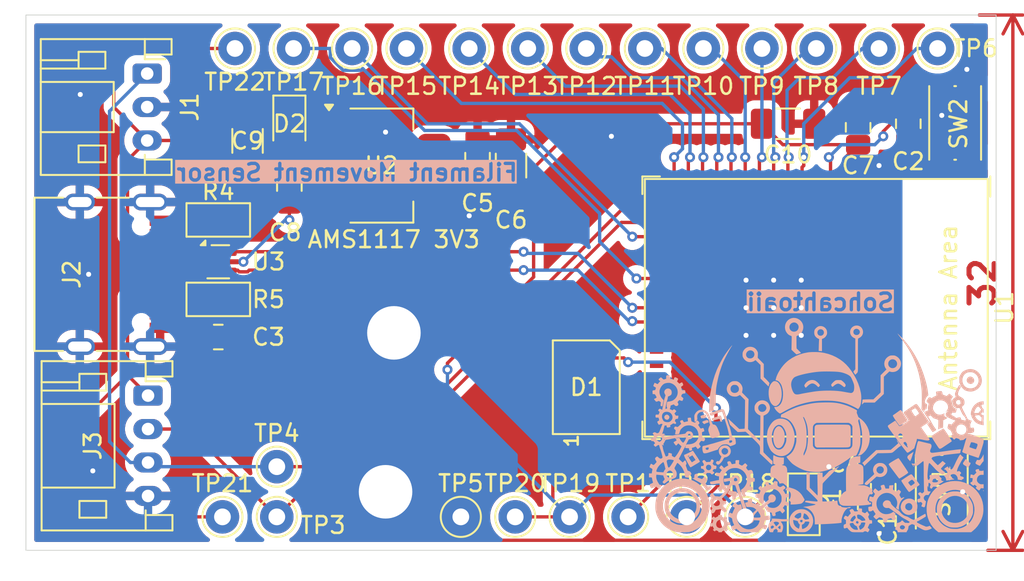
<source format=kicad_pcb>
(kicad_pcb (version 20241229) (generator "pcbnew") (generator_version "9.0")
  (layers (0 "F.Cu" signal) (2 "B.Cu" signal) (13 "F.Paste" user) (15 "B.Paste" user) (5 "F.SilkS" user "F.Silkscreen") (7 "B.SilkS" user "B.Silkscreen") (1 "F.Mask" user) (3 "B.Mask" user) (25 "Edge.Cuts" user))
  (net 0 "")
  (net 1 "GND")
  (net 2 "EN")
  (net 3 "GPIO0")
  (net 4 "+5V")
  (net 5 "+3V3")
  (net 7 "Runout")
  (net 8 "Net-(J2-D--PadA7)")
  (net 9 "Net-(J2-D+-PadA6)")
  (net 11 "Net-(J2-CC1)")
  (net 12 "Net-(J2-CC2)")
  (net 14 "Movement")
  (net 15 "Net-(U1-U0TXD{slash}GPIO43{slash}CLK_OUT1)")
  (net 16 "Net-(U1-U0RXD{slash}GPIO44{slash}CLK_OUT2)")
  (net 17 "Net-(U1-GPIO2{slash}TOUCH2{slash}ADC1_CH1)")
  (net 18 "Net-(U1-GPIO3{slash}TOUCH3{slash}ADC1_CH2)")
  (net 19 "Net-(U1-GPIO4{slash}TOUCH4{slash}ADC1_CH3)")
  (net 20 "Net-(U1-GPIO5{slash}TOUCH5{slash}ADC1_CH4)")
  (net 21 "Net-(U1-GPIO6{slash}TOUCH6{slash}ADC1_CH5)")
  (net 22 "Net-(U1-GPIO7{slash}TOUCH7{slash}ADC1_CH6)")
  (net 23 "Net-(U1-GPIO8{slash}TOUCH8{slash}ADC1_CH7{slash}SUBSPICS1)")
  (net 24 "Net-(U1-GPIO9{slash}TOUCH9{slash}ADC1_CH8{slash}FSPIHD{slash}SUBSPIHD)")
  (net 25 "Net-(U1-GPIO10{slash}TOUCH10{slash}ADC1_CH9{slash}FSPICS0{slash}FSPIIO4{slash}SUBSPICS0)")
  (net 26 "Net-(U1-GPIO11{slash}TOUCH11{slash}ADC2_CH0{slash}FSPID{slash}FSPIIO5{slash}SUBSPID)")
  (net 27 "Net-(U1-GPIO14{slash}TOUCH14{slash}ADC2_CH3{slash}FSPIWP{slash}FSPIDQS{slash}SUBSPIWP)")
  (net 28 "Net-(U1-GPIO17{slash}U1TXD{slash}ADC2_CH6)")
  (net 29 "D-")
  (net 31 "D+")
  (net 34 "GPIO38")
  (footprint "TestPoint:TestPoint_THTPad_D2.0mm_Drill1.0mm" (layer "F.Cu") (at 104.5 64.75)
    (property "Reference" "TP9")
    (property "Value" "GPIO5")
  )
  (footprint "Package_TO_SOT_SMD:SOT-666" (layer "F.Cu") (at 72 77.5)
    (property "Reference" "U3")
    (property "Value" "USBLC6-2P6")
  )
  (footprint "Connector_USB:USB_C_Receptacle_G-Switch_GT-USB-7010ASV" (layer "F.Cu") (at 64.8 78.25 -90)
    (property "Reference" "J2")
    (property "Value" "USB_C_Receptacle_USB2.0_16P")
  )
  (footprint "Connector_JST:JST_PH_S3B-PH-K_1x03_P2.00mm_Horizontal" (layer "F.Cu") (at 67.75 66.25 -90)
    (property "Reference" "J1")
    (property "Value" "Conn_01x03")
  )
  (footprint "TestPoint:TestPoint_THTPad_D2.0mm_Drill1.0mm" (layer "F.Cu") (at 111.5 64.75)
    (property "Reference" "TP7")
    (property "Value" "GPIO3")
  )
  (footprint "PCM_Resistor_SMD_AKL:R_0805_2012Metric_Pad1.20x1.40mm_HandSolder" (layer "F.Cu") (at 107 92 -90)
    (property "Reference" "R1")
    (property "Value" "10k")
  )
  (footprint "Capacitor_SMD:C_1206_3216Metric" (layer "F.Cu") (at 73.75 70.275 90)
    (property "Reference" "C9")
    (property "Value" "22uF tantale")
  )
  (footprint "TestPoint:TestPoint_THTPad_D2.0mm_Drill1.0mm" (layer "F.Cu") (at 100 92.75)
    (property "Reference" "TP2")
    (property "Value" "RX")
  )
  (footprint "TestPoint:TestPoint_THTPad_D2.0mm_Drill1.0mm" (layer "F.Cu") (at 75.5 89.75)
    (property "Reference" "TP4")
    (property "Value" "runout")
  )
  (footprint "LED_SMD:LED_0805_2012Metric" (layer "F.Cu") (at 76.25 69.25 -90)
    (property "Reference" "D2")
    (property "Value" "LED")
  )
  (footprint "Capacitor_SMD:C_0805_2012Metric_Pad1.18x1.45mm_HandSolder" (layer "F.Cu") (at 111.75 91.0375 90)
    (property "Reference" "C1")
    (property "Value" "100 nF")
  )
  (footprint "TestPoint:TestPoint_THTPad_D2.0mm_Drill1.0mm" (layer "F.Cu") (at 87 64.75)
    (property "Reference" "TP14")
    (property "Value" "GPIO10")
  )
  (footprint "TestPoint:TestPoint_THTPad_D2.0mm_Drill1.0mm" (layer "F.Cu") (at 93 92.75)
    (property "Reference" "TP19")
    (property "Value" "3v3")
  )
  (footprint "TestPoint:TestPoint_THTPad_D2.0mm_Drill1.0mm" (layer "F.Cu") (at 75.5 92.75)
    (property "Reference" "TP3")
    (property "Value" "movement")
  )
  (footprint "TestPoint:TestPoint_THTPad_D2.0mm_Drill1.0mm" (layer "F.Cu") (at 115 64.75)
    (property "Reference" "TP6")
    (property "Value" "GPIO2")
  )
  (footprint "Capacitor_SMD:C_1206_3216Metric_Pad1.33x1.80mm_HandSolder" (layer "F.Cu") (at 106.0625 69.25 180)
    (property "Reference" "C10")
    (property "Value" "10uf tantale")
  )
  (footprint "TestPoint:TestPoint_THTPad_D2.0mm_Drill1.0mm" (layer "F.Cu") (at 80 64.75)
    (property "Reference" "TP16")
    (property "Value" "GPIO13")
  )
  (footprint "TestPoint:TestPoint_THTPad_D2.0mm_Drill1.0mm" (layer "F.Cu") (at 72.25 92.75)
    (property "Reference" "TP21")
    (property "Value" "5V")
  )
  (footprint "MountingHole:MountingHole_3.2mm_M3_ISO14580_Pad" (layer "F.Cu") (at 82 91.25)
    (property "Reference" "H2")
    (property "Value" "MountingHole_Pad" (hide yes))
  )
  (footprint "TestPoint:TestPoint_THTPad_D2.0mm_Drill1.0mm" (layer "F.Cu") (at 89.75 92.75)
    (property "Reference" "TP20")
    (property "Value" "3v3")
  )
  (footprint "TestPoint:TestPoint_THTPad_D2.0mm_Drill1.0mm" (layer "F.Cu") (at 94 64.75)
    (property "Reference" "TP12")
    (property "Value" "GPIO8")
  )
  (footprint "TestPoint:TestPoint_THTPad_D2.0mm_Drill1.0mm" (layer "F.Cu") (at 97.5 64.75)
    (property "Reference" "TP11")
    (property "Value" "GPIO7")
  )
  (footprint "Capacitor_SMD:C_0805_2012Metric_Pad1.18x1.45mm_HandSolder" (layer "F.Cu") (at 87.5 71.25 90)
    (property "Reference" "C5")
    (property "Value" "100nf ceramic")
  )
  (footprint "Package_TO_SOT_SMD:SOT-223-3_TabPin2" (layer "F.Cu") (at 81.75 71.75)
    (property "Reference" "U2")
    (property "Value" "AMS1117-3.3")
  )
  (footprint "TestPoint:TestPoint_THTPad_D2.0mm_Drill1.0mm" (layer "F.Cu") (at 96.5 92.75)
    (property "Reference" "TP1")
    (property "Value" "TX")
  )
  (footprint "Capacitor_SMD:C_1206_3216Metric_Pad1.33x1.80mm_HandSolder" (layer "F.Cu") (at 89.5 71.75 90)
    (property "Reference" "C6")
    (property "Value" "22uF tantale" (hide yes))
  )
  (footprint "TestPoint:TestPoint_THTPad_D2.0mm_Drill1.0mm" (layer "F.Cu") (at 76.5 64.75)
    (property "Reference" "TP17")
    (property "Value" "GPIO14")
  )
  (footprint "Connector_JST:JST_PH_S4B-PH-K_1x04_P2.00mm_Horizontal" (layer "F.Cu") (at 67.8 85.5 -90)
    (property "Reference" "J3")
    (property "Value" "Conn_01x04")
  )
  (footprint "PCM_Espressif:ESP32-S3-MINI-1" (layer "F.Cu") (at 105.2 80.25 -90)
    (property "Reference" "U1")
    (property "Value" "ESP32-S3-MINI-1")
  )
  (footprint "Button_Switch_SMD:SW_Push_1P1T_NO_CK_KMR2" (layer "F.Cu") (at 116.05 69.2 -90)
    (property "Reference" "SW2")
    (property "Value" "SW_Push")
  )
  (footprint "TestPoint:TestPoint_THTPad_D2.0mm_Drill1.0mm" (layer "F.Cu") (at 103.5 92.75)
    (property "Reference" "TP18")
    (property "Value" "3v3")
  )
  (footprint "TestPoint:TestPoint_THTPad_D2.0mm_Drill1.0mm" (layer "F.Cu") (at 73 64.75)
    (property "Reference" "TP22")
    (property "Value" "5V")
  )
  (footprint "Button_Switch_SMD:SW_Push_1P1T_NO_CK_KMR2" (layer "F.Cu") (at 115.25 91.25 -90)
    (property "Reference" "SW1")
    (property "Value" "SW_Push")
  )
  (footprint "LED_SMD:LED_SK6812MINI_PLCC4_3.5x3.5mm_P1.75mm" (layer "F.Cu") (at 94 85 90)
    (property "Reference" "D1")
    (property "Value" "SK6812MINI")
  )
  (footprint "Capacitor_SMD:C_0805_2012Metric_Pad1.18x1.45mm_HandSolder" (layer "F.Cu") (at 109.5 92.0375 90)
    (property "Reference" "C4")
    (property "Value" "1uF")
  )
  (footprint "TestPoint:TestPoint_THTPad_D2.0mm_Drill1.0mm" (layer "F.Cu") (at 90.5 64.75)
    (property "Reference" "TP13")
    (property "Value" "GPIO9")
  )
  (footprint "TestPoint:TestPoint_THTPad_D2.0mm_Drill1.0mm" (layer "F.Cu") (at 86.5 92.75)
    (property "Reference" "TP5")
    (property "Value" "EN")
  )
  (footprint "TestPoint:TestPoint_THTPad_D2.0mm_Drill1.0mm" (layer "F.Cu") (at 107.75 64.75 180)
    (property "Reference" "TP8")
    (property "Value" "GPIO4")
  )
  (footprint "Capacitor_SMD:C_0805_2012Metric_Pad1.18x1.45mm_HandSolder" (layer "F.Cu") (at 113.25 69.25 90)
    (property "Reference" "C2")
    (property "Value" "100 nF")
  )
  (footprint "Capacitor_SMD:C_0805_2012Metric_Pad1.18x1.45mm_HandSolder" (layer "F.Cu") (at 72 82)
    (property "Reference" "C3")
    (property "Value" "0.1uF")
  )
  (footprint "PCM_Resistor_SMD_AKL:R_0805_2012Metric_Pad1.15x1.40mm" (layer "F.Cu") (at 72 75)
    (property "Reference" "R4")
    (property "Value" "5.1k" (hide yes))
  )
  (footprint "PCM_Resistor_SMD_AKL:R_0805_2012Metric_Pad1.15x1.40mm" (layer "F.Cu") (at 72 79.75)
    (property "Reference" "R5")
    (property "Value" "5.1k" (hide yes))
  )
  (footprint "Capacitor_SMD:C_0805_2012Metric_Pad1.18x1.45mm_HandSolder" (layer "F.Cu") (at 110.25 69.4625 -90)
    (property "Reference" "C7")
    (property "Value" "100nf ceramic")
  )
  (footprint "TestPoint:TestPoint_THTPad_D2.0mm_Drill1.0mm" (layer "F.Cu") (at 101 64.75)
    (property "Reference" "TP10")
    (property "Value" "GPIO6")
  )
  (footprint "Capacitor_SMD:C_0805_2012Metric_Pad1.18x1.45mm_HandSolder" (layer "F.Cu") (at 76.25 73 90)
    (property "Reference" "C8")
    (property "Value" "100nf ceramic")
  )
  (footprint "TestPoint:TestPoint_THTPad_D2.0mm_Drill1.0mm" (layer "F.Cu") (at 83.25 64.75)
    (property "Reference" "TP15")
    (property "Value" "GPIO11")
  )
  (footprint "MountingHole:MountingHole_3.2mm_M3_ISO14580_Pad" (layer "F.Cu") (at 82.5 81.75)
    (property "Reference" "H1" (hide yes))
    (property "Value" "MountingHole_Pad" (hide yes))
  )
  (footprint "LOGO" (layer "B.Cu") (at 107.75 87 180)
    (property "Reference" "G***" (hide yes))
    (property "Value" "LOGO" (hide yes))
  )
  (gr_rect (start 60.5 62.75) (end 118.5 94.75) (stroke (width 0.05)) (fill no) (layer "Edge.Cuts"))
  (gr_text "AMS1117 3V3\n" (at 77.25 76.75 0) (layer "F.SilkS") (effects (font (size 1 1)) (justify left bottom)))
  (gr_text "Sohcahtoaii" (at 112.5 80.5 0) (layer "B.SilkS" knockout) (effects (font (size 1 1) (thickness 0.2) (bold yes)) (justify left bottom mirror)))
  (gr_text "Filament Movement Sensor" (at 90 72.75 0) (layer "B.SilkS" knockout) (effects (font (size 1 1) (thickness 0.2) (bold yes)) (justify left bottom mirror)))
  (dimension (type orthogonal) (layer "F.Cu") (pts (xy 117.5 94.75) (xy 117 62.75)) (height 2) (orientation 1) (format (prefix "") (suffix "") (units 3) (units_format 0) (precision 4) (suppress_zeroes yes)) (style (thickness 0.2) (arrow_length 1.27) (text_position_mode 0) (arrow_direction outward) (extension_height 0.58642) (extension_offset 0.5) (keep_text_aligned yes)) (gr_text "32" (at 117.7 78.75 90) (layer "F.Cu") (effects (font (size 1.5 1.5) (thickness 0.3)))))
  (segment (start 109.5 93.075) (end 110.75 93.075) (width 0.2) (layer "F.Cu") (net 1))
  (segment (start 71.5 77.5) (end 73.025 79.025) (width 0.2) (layer "F.Cu") (net 1))
  (segment (start 73.75 69.4625) (end 73.75 68.8) (width 0.2) (layer "F.Cu") (net 1))
  (segment (start 110.75 93.075) (end 111.75 92.075) (width 0.2) (layer "F.Cu") (net 1))
  (segment (start 73.025 79.025) (end 73.025 79.75) (width 0.2) (layer "F.Cu") (net 1))
  (segment (start 76.25 71.9625) (end 73.75 69.4625) (width 0.2) (layer "F.Cu") (net 1))
  (segment (start 71.075 77.5) (end 71.5 77.5) (width 0.2) (layer "F.Cu") (net 1))
  (via (at 95.5 70) (size 0.6) (drill 0.3) (layers "F.Cu" "B.Cu") (net 1))
  (via (at 116.5 91.25) (size 0.6) (drill 0.3) (layers "F.Cu" "B.Cu") (net 1))
  (via (at 87 74.75) (size 0.6) (drill 0.3) (layers "F.Cu" "B.Cu") (net 1))
  (via (at 106.85 78.6) (size 0.6) (drill 0.3) (layers "F.Cu" "B.Cu") (net 1))
  (via (at 103.55 81.9) (size 0.6) (drill 0.3) (layers "F.Cu" "B.Cu") (net 1))
  (via (at 115.25 68.75) (size 0.6) (drill 0.3) (layers "F.Cu" "B.Cu") (net 1))
  (via (at 106.85 81.9) (size 0.6) (drill 0.3) (layers "F.Cu" "B.Cu") (net 1))
  (via (at 103.55 78.6) (size 0.6) (drill 0.3) (layers "F.Cu" "B.Cu") (net 1))
  (via (at 111.5 93.75) (size 0.6) (drill 0.3) (layers "F.Cu" "B.Cu") (net 1))
  (via (at 103.55 80.25) (size 0.6) (drill 0.3) (layers "F.Cu" "B.Cu") (net 1))
  (via (at 105.2 81.9) (size 0.6) (drill 0.3) (layers "F.Cu" "B.Cu") (net 1))
  (via (at 105.2 78.6) (size 0.6) (drill 0.3) (layers "F.Cu" "B.Cu") (net 1))
  (via (at 116.75 66) (size 0.6) (drill 0.3) (layers "F.Cu" "B.Cu") (net 1))
  (via (at 64.25 78.25) (size 0.6) (drill 0.3) (layers "F.Cu" "B.Cu") (net 1))
  (via (at 108.5 89.75) (size 0.6) (drill 0.3) (layers "F.Cu" "B.Cu") (net 1))
  (via (at 111.5 71.75) (size 0.6) (drill 0.3) (layers "F.Cu" "B.Cu") (net 1))
  (via (at 82 69.75) (size 0.6) (drill 0.3) (layers "F.Cu" "B.Cu") (net 1))
  (via (at 106.85 80.25) (size 0.6) (drill 0.3) (layers "F.Cu" "B.Cu") (net 1))
  (via (at 63.75 67.5) (size 0.6) (drill 0.3) (layers "F.Cu" "B.Cu") (net 1))
  (via (at 64.5 90) (size 0.6) (drill 0.3) (layers "F.Cu" "B.Cu") (net 1))
  (via (at 105.2 80.25) (size 0.6) (drill 0.3) (layers "F.Cu" "B.Cu") (net 1))
  (segment (start 109 91) (end 109.5 91) (width 0.2) (layer "F.Cu") (net 2))
  (segment (start 86.5 92.75) (end 87.899 94.149) (width 0.2) (layer "F.Cu") (net 2))
  (segment (start 114.45 93.3) (end 114.45 90.8) (width 0.2) (layer "F.Cu") (net 2))
  (segment (start 111.15 89.4) (end 111.15 87.25) (width 0.2) (layer "F.Cu") (net 2))
  (segment (start 107 93) (end 109 91) (width 0.2) (layer "F.Cu") (net 2))
  (segment (start 111.75 90) (end 111.15 89.4) (width 0.2) (layer "F.Cu") (net 2))
  (segment (start 105.851 94.149) (end 107 93) (width 0.2) (layer "F.Cu") (net 2))
  (segment (start 114.45 90.8) (end 113.65 90) (width 0.2) (layer "F.Cu") (net 2))
  (segment (start 113.65 90) (end 114.45 89.2) (width 0.2) (layer "F.Cu") (net 2))
  (segment (start 110.75 91) (end 111.75 90) (width 0.2) (layer "F.Cu") (net 2))
  (segment (start 109.5 91) (end 110.75 91) (width 0.2) (layer "F.Cu") (net 2))
  (segment (start 87.899 94.149) (end 105.851 94.149) (width 0.2) (layer "F.Cu") (net 2))
  (segment (start 111.75 90) (end 113.65 90) (width 0.2) (layer "F.Cu") (net 2))
  (segment (start 114.1875 68.2125) (end 115.25 67.15) (width 0.2) (layer "F.Cu") (net 3))
  (segment (start 111.75 70) (end 111.75 69.7125) (width 0.2) (layer "F.Cu") (net 3))
  (segment (start 111.75 69.7125) (end 113.25 68.2125) (width 0.2) (layer "F.Cu") (net 3))
  (segment (start 108.5 71.25) (end 108.6 71.35) (width 0.2) (layer "F.Cu") (net 3))
  (segment (start 115.25 70.2125) (end 115.25 71.25) (width 0.2) (layer "F.Cu") (net 3))
  (segment (start 108.6 71.35) (end 108.6 73.25) (width 0.2) (layer "F.Cu") (net 3))
  (segment (start 113.25 68.2125) (end 115.25 70.2125) (width 0.2) (layer "F.Cu") (net 3))
  (segment (start 113.25 68.2125) (end 114.1875 68.2125) (width 0.2) (layer "F.Cu") (net 3))
  (via (at 108.5 71.25) (size 0.6) (drill 0.3) (layers "F.Cu" "B.Cu") (net 3))
  (via (at 111.75 70) (size 0.6) (drill 0.3) (layers "F.Cu" "B.Cu") (net 3))
  (segment (start 111.75 70) (end 111.25 70.5) (width 0.2) (layer "B.Cu") (net 3))
  (segment (start 111.25 70.5) (end 109.25 70.5) (width 0.2) (layer "B.Cu") (net 3))
  (segment (start 109.25 70.5) (end 108.5 71.25) (width 0.2) (layer "B.Cu") (net 3))
  (segment (start 67.203 76.547) (end 67.203 79) (width 0.2) (layer "F.Cu") (net 4))
  (segment (start 72.925 77.5) (end 73.5 77.5) (width 0.2) (layer "F.Cu") (net 4))
  (segment (start 67.203 79.981992) (end 67.871008 80.65) (width 0.2) (layer "F.Cu") (net 4))
  (segment (start 78.5875 74.0375) (end 78.6 74.05) (width 0.2) (layer "F.Cu") (net 4))
  (segment (start 65.75 65) (end 66 64.75) (width 0.2) (layer "F.Cu") (net 4))
  (segment (start 72.25 70.25) (end 73.75 71.75) (width 0.2) (layer "F.Cu") (net 4))
  (segment (start 65.75 68.25) (end 65.75 65) (width 0.2) (layer "F.Cu") (net 4))
  (segment (start 66.574 71.426) (end 66.574 75.918) (width 0.2) (layer "F.Cu") (net 4))
  (segment (start 73.75 71.75) (end 76.0375 74.0375) (width 0.2) (layer "F.Cu") (net 4))
  (segment (start 67.9 75.85) (end 67.203 76.547) (width 0.2) (layer "F.Cu") (net 4))
  (segment (start 66.574 79.629) (end 67.203 79) (width 0.2) (layer "F.Cu") (net 4))
  (segment (start 76.0375 74.0375) (end 76.25 74.0375) (width 0.2) (layer "F.Cu") (net 4))
  (segment (start 63.25 87.598) (end 66.574 84.274) (width 0.2) (layer "F.Cu") (net 4))
  (segment (start 66.574 84.274) (end 66.574 79.629) (width 0.2) (layer "F.Cu") (net 4))
  (segment (start 67.75 70.25) (end 65.75 68.25) (width 0.2) (layer "F.Cu") (net 4))
  (segment (start 76.25 74.0375) (end 78.5875 74.0375) (width 0.2) (layer "F.Cu") (net 4))
  (segment (start 70.9625 82) (end 69.6125 80.65) (width 0.2) (layer "F.Cu") (net 4))
  (segment (start 63.25 92.25) (end 63.25 87.598) (width 0.2) (layer "F.Cu") (net 4))
  (segment (start 76.25 75) (end 76.25 74.0375) (width 0.2) (layer "F.Cu") (net 4))
  (segment (start 66.574 75.918) (end 67.203 76.547) (width 0.2) (layer "F.Cu") (net 4))
  (segment (start 67.75 70.25) (end 66.574 71.426) (width 0.2) (layer "F.Cu") (net 4))
  (segment (start 67.8 85.5) (end 66.574 84.274) (width 0.2) (layer "F.Cu") (net 4))
  (segment (start 67.203 79) (end 67.203 79.981992) (width 0.2) (layer "F.Cu") (net 4))
  (segment (start 66 64.75) (end 73 64.75) (width 0.2) (layer "F.Cu") (net 4))
  (segment (start 68.525 75.85) (end 67.9 75.85) (width 0.2) (layer "F.Cu") (net 4))
  (segment (start 69.6125 80.65) (end 68.525 80.65) (width 0.2) (layer "F.Cu") (net 4))
  (segment (start 67.871008 80.65) (end 68.525 80.65) (width 0.2) (layer "F.Cu") (net 4))
  (segment (start 72.25 92.75) (end 63.75 92.75) (width 0.2) (layer "F.Cu") (net 4))
  (segment (start 67.75 70.25) (end 72.25 70.25) (width 0.2) (layer "F.Cu") (net 4))
  (segment (start 63.75 92.75) (end 63.25 92.25) (width 0.2) (layer "F.Cu") (net 4))
  (via (at 76.25 75) (size 0.6) (drill 0.3) (layers "F.Cu" "B.Cu") (net 4))
  (via (at 73.5 77.5) (size 0.6) (drill 0.3) (layers "F.Cu" "B.Cu") (net 4))
  (segment (start 76 75) (end 76.25 75) (width 0.2) (layer "B.Cu") (net 4))
  (segment (start 73.5 77.5) (end 76 75) (width 0.2) (layer "B.Cu") (net 4))
  (segment (start 89.5 73.25) (end 93.5 69.25) (width 0.2) (layer "F.Cu") (net 5))
  (segment (start 85.4375 72.2875) (end 84.9 71.75) (width 0.2) (layer "F.Cu") (net 5))
  (segment (start 85.700735 83.950735) (end 85.700735 83.561197) (width 0.2) (layer "F.Cu") (net 5))
  (segment (start 85.700735 83.561197) (end 90.851 78.410932) (width 0.2) (layer "F.Cu") (net 5))
  (segment (start 105.25 91) (end 103.5 92.75) (width 0.2) (layer "F.Cu") (net 5))
  (segment (start 89.5 73.3125) (end 89.5 73.25) (width 0.2) (layer "F.Cu") (net 5))
  (segment (start 89.75 92.75) (end 93 92.75) (width 0.2) (layer "F.Cu") (net 5))
  (segment (start 76.25 70.1875) (end 77.0375 70.1875) (width 0.2) (layer "F.Cu") (net 5))
  (segment (start 89.5 73.3125) (end 88.525 73.3125) (width 0.2) (layer "F.Cu") (net 5))
  (segment (start 110.25 70.5) (end 109.45 71.3) (width 0.2) (layer "F.Cu") (net 5))
  (segment (start 109.45 71.3) (end 109.45 73.25) (width 0.2) (layer "F.Cu") (net 5))
  (segment (start 93.125 83.25) (end 92 84.375) (width 0.2) (layer "F.Cu") (net 5))
  (segment (start 88.525 73.3125) (end 87.5 72.2875) (width 0.2) (layer "F.Cu") (net 5))
  (segment (start 92 84.375) (end 92 91.75) (width 0.2) (layer "F.Cu") (net 5))
  (segment (start 104.5 69.25) (end 93.5 69.25) (width 0.2) (layer "F.Cu") (net 5))
  (segment (start 90.851 78.410932) (end 90.851 74.6635) (width 0.2) (layer "F.Cu") (net 5))
  (segment (start 107 91) (end 105.25 91) (width 0.2) (layer "F.Cu") (net 5))
  (segment (start 92 91.75) (end 93 92.75) (width 0.2) (layer "F.Cu") (net 5))
  (segment (start 84.9 71.75) (end 78.6 71.75) (width 0.2) (layer "F.Cu") (net 5))
  (segment (start 105.75 70.5) (end 110.25 70.5) (width 0.2) (layer "F.Cu") (net 5))
  (segment (start 90.851 74.6635) (end 89.5 73.3125) (width 0.2) (layer "F.Cu") (net 5))
  (segment (start 104.5 69.25) (end 105.75 70.5) (width 0.2) (layer "F.Cu") (net 5))
  (segment (start 77.0375 70.1875) (end 78.6 71.75) (width 0.2) (layer "F.Cu") (net 5))
  (segment (start 87.5 72.2875) (end 85.4375 72.2875) (width 0.2) (layer "F.Cu") (net 5))
  (via (at 85.700735 83.950735) (size 0.6) (drill 0.3) (layers "F.Cu" "B.Cu") (net 5))
  (segment (start 102.199 91.449) (end 103.5 92.75) (width 0.2) (layer "B.Cu") (net 5))
  (segment (start 85.700735 83.950735) (end 85.700735 85.450735) (width 0.2) (layer "B.Cu") (net 5))
  (segment (start 94.301 91.449) (end 102.199 91.449) (width 0.2) (layer "B.Cu") (net 5))
  (segment (start 85.700735 85.450735) (end 93 92.75) (width 0.2) (layer "B.Cu") (net 5))
  (segment (start 93 92.75) (end 94.301 91.449) (width 0.2) (layer "B.Cu") (net 5))
  (segment (start 84.401 86.099) (end 96.2 74.3) (width 0.2) (layer "F.Cu") (net 7))
  (segment (start 75.5 89.75) (end 77.9329 89.75) (width 0.2) (layer "F.Cu") (net 7))
  (segment (start 96.2 74.3) (end 98.2 74.3) (width 0.2) (layer "F.Cu") (net 7))
  (segment (start 77.9329 89.75) (end 81.5839 86.099) (width 0.2) (layer "F.Cu") (net 7))
  (segment (start 81.5839 86.099) (end 84.401 86.099) (width 0.2) (layer "F.Cu") (net 7))
  (segment (start 75.5 89.75) (end 68.05 89.75) (width 0.2) (layer "B.Cu") (net 7))
  (segment (start 65.5 88.25) (end 66.75 89.5) (width 0.2) (layer "B.Cu") (net 7))
  (segment (start 66.75 89.5) (end 67.8 89.5) (width 0.2) (layer "B.Cu") (net 7))
  (segment (start 68.05 89.75) (end 67.8 89.5) (width 0.2) (layer "B.Cu") (net 7))
  (segment (start 67.75 66.25) (end 65.5 68.5) (width 0.2) (layer "B.Cu") (net 7))
  (segment (start 65.5 68.5) (end 65.5 88.25) (width 0.2) (layer "B.Cu") (net 7))
  (segment (start 67.604 77.646) (end 67.75 77.5) (width 0.2) (layer "F.Cu") (net 8))
  (segment (start 68.525 78.5) (end 67.75 78.5) (width 0.2) (layer "F.Cu") (net 8))
  (segment (start 67.75 77.5) (end 68.525 77.5) (width 0.2) (layer "F.Cu") (net 8))
  (segment (start 70.753676 76.9625) (end 71.15 76.9625) (width 0.2) (layer "F.Cu") (net 8))
  (segment (start 70.216176 77.5) (end 70.753676 76.9625) (width 0.2) (layer "F.Cu") (net 8))
  (segment (start 67.604 78.354) (end 67.604 77.646) (width 0.2) (layer "F.Cu") (net 8))
  (segment (start 68.525 77.5) (end 70.216176 77.5) (width 0.2) (layer "F.Cu") (net 8))
  (segment (start 67.75 78.5) (end 67.604 78.354) (width 0.2) (layer "F.Cu") (net 8))
  (segment (start 69.446 78.196) (end 69.6045 78.0375) (width 0.2) (layer "F.Cu") (net 9))
  (segment (start 69.25 78) (end 69.446 78.196) (width 0.2) (layer "F.Cu") (net 9))
  (segment (start 69.397 79) (end 68.525 79) (width 0.2) (layer "F.Cu") (net 9))
  (segment (start 68.525 78) (end 69.25 78) (width 0.2) (layer "F.Cu") (net 9))
  (segment (start 69.446 78.951) (end 69.397 79) (width 0.2) (layer "F.Cu") (net 9))
  (segment (start 69.446 78.196) (end 69.446 78.951) (width 0.2) (layer "F.Cu") (net 9))
  (segment (start 69.6045 78.0375) (end 71.15 78.0375) (width 0.2) (layer "F.Cu") (net 9))
  (segment (start 69.675 77) (end 68.525 77) (width 0.2) (layer "F.Cu") (net 11))
  (segment (start 70.975 75.7) (end 69.675 77) (width 0.2) (layer "F.Cu") (net 11))
  (segment (start 70.975 75) (end 70.975 75.7) (width 0.2) (layer "F.Cu") (net 11))
  (segment (start 70.725 80) (end 68.525 80) (width 0.2) (layer "F.Cu") (net 12))
  (segment (start 70.975 79.75) (end 70.725 80) (width 0.2) (layer "F.Cu") (net 12))
  (segment (start 70.25 87.5) (end 75.5 92.75) (width 0.2) (layer "F.Cu") (net 14))
  (segment (start 98.2 75.15) (end 96.1 75.15) (width 0.2) (layer "F.Cu") (net 14))
  (segment (start 84.75 86.5) (end 81.75 86.5) (width 0.2) (layer "F.Cu") (net 14))
  (segment (start 81.75 86.5) (end 75.5 92.75) (width 0.2) (layer "F.Cu") (net 14))
  (segment (start 67.8 87.5) (end 70.25 87.5) (width 0.2) (layer "F.Cu") (net 14))
  (segment (start 96.1 75.15) (end 84.75 86.5) (width 0.2) (layer "F.Cu") (net 14))
  (segment (start 105.401 88.099) (end 106.05 87.45) (width 0.2) (layer "F.Cu") (net 15))
  (segment (start 101.4329 90.75) (end 104.0839 88.099) (width 0.2) (layer "F.Cu") (net 15))
  (segment (start 104.0839 88.099) (end 105.401 88.099) (width 0.2) (layer "F.Cu") (net 15))
  (segment (start 96.5 92.75) (end 98.5 90.75) (width 0.2) (layer "F.Cu") (net 15))
  (segment (start 106.05 87.45) (end 106.05 87.25) (width 0.2) (layer "F.Cu") (net 15))
  (segment (start 98.5 90.75) (end 101.4329 90.75) (width 0.2) (layer "F.Cu") (net 15))
  (segment (start 106.9 87.25) (end 106.9 87.6) (width 0.2) (layer "F.Cu") (net 16))
  (segment (start 106.9 87.6) (end 106 88.5) (width 0.2) (layer "F.Cu") (net 16))
  (segment (start 104.25 88.5) (end 100 92.75) (width 0.2) (layer "F.Cu") (net 16))
  (segment (start 106 88.5) (end 104.25 88.5) (width 0.2) (layer "F.Cu") (net 16))
  (segment (start 106.9 71.85) (end 106.9 73.25) (width 0.2) (layer "F.Cu") (net 17))
  (segment (start 107 71.75) (end 106.9 71.85) (width 0.2) (layer "F.Cu") (net 17))
  (segment (start 107 71.25) (end 107 71.75) (width 0.2) (layer "F.Cu") (net 17))
  (via (at 107 71.25) (size 0.6) (drill 0.3) (layers "F.Cu" "B.Cu") (net 17))
  (segment (start 107 71.25) (end 107 69.25) (width 0.2) (layer "B.Cu") (net 17))
  (segment (start 112 66.5) (end 113.75 64.75) (width 0.2) (layer "B.Cu") (net 17))
  (segment (start 113.75 64.75) (end 115 64.75) (width 0.2) (layer "B.Cu") (net 17))
  (segment (start 109.75 66.5) (end 112 66.5) (width 0.2) (layer "B.Cu") (net 17))
  (segment (start 107 69.25) (end 109.75 66.5) (width 0.2) (layer "B.Cu") (net 17))
  (segment (start 106.100006 71.25) (end 106.05 71.300006) (width 0.2) (layer "F.Cu") (net 18))
  (segment (start 106.05 71.300006) (end 106.05 73.25) (width 0.2) (layer "F.Cu") (net 18))
  (via (at 106.100006 71.25) (size 0.6) (drill 0.3) (layers "F.Cu" "B.Cu") (net 18))
  (segment (start 108.75 66.5) (end 110.5 64.75) (width 0.2) (layer "B.Cu") (net 18))
  (segment (start 106 71.149994) (end 106 67.25) (width 0.2) (layer "B.Cu") (net 18))
  (segment (start 106.100006 71.25) (end 106 71.149994) (width 0.2) (layer "B.Cu") (net 18))
  (segment (start 106.75 66.5) (end 108.75 66.5) (width 0.2) (layer "B.Cu") (net 18))
  (segment (start 106 67.25) (end 106.75 66.5) (width 0.2) (layer "B.Cu") (net 18))
  (segment (start 110.5 64.75) (end 111.5 64.75) (width 0.2) (layer "B.Cu") (net 18))
  (segment (start 105.2 71.350003) (end 105.2 73.25) (width 0.2) (layer "F.Cu") (net 19))
  (segment (start 105.300003 71.25) (end 105.2 71.350003) (width 0.2) (layer "F.Cu") (net 19))
  (via (at 105.300003 71.25) (size 0.6) (drill 0.3) (layers "F.Cu" "B.Cu") (net 19))
  (segment (start 105.199997 66.800003) (end 107.25 64.75) (width 0.2) (layer "B.Cu") (net 19))
  (segment (start 107.25 64.75) (end 107.75 64.75) (width 0.2) (layer "B.Cu") (net 19))
  (segment (start 105.300003 71.25) (end 105.199997 71.149994) (width 0.2) (layer "B.Cu") (net 19))
  (segment (start 105.199997 71.149994) (end 105.199997 66.800003) (width 0.2) (layer "B.Cu") (net 19))
  (segment (start 104.35 71.4) (end 104.35 73.25) (width 0.2) (layer "F.Cu") (net 20))
  (segment (start 104.5 71.25) (end 104.35 71.4) (width 0.2) (layer "F.Cu") (net 20))
  (via (at 104.5 71.25) (size 0.6) (drill 0.3) (layers "F.Cu" "B.Cu") (net 20))
  (segment (start 104.5 71.25) (end 104.5 64.75) (width 0.2) (layer "B.Cu") (net 20))
  (segment (start 103.5 71.25) (end 103.5 73.25) (width 0.2) (layer "F.Cu") (net 21))
  (via (at 103.5 71.25) (size 0.6) (drill 0.3) (layers "F.Cu" "B.Cu") (net 21))
  (segment (start 103.5 71.25) (end 103.5 66.75) (width 0.2) (layer "B.Cu") (net 21))
  (segment (start 103.5 66.75) (end 101.5 64.75) (width 0.2) (layer "B.Cu") (net 21))
  (segment (start 101.5 64.75) (end 101 64.75) (width 0.2) (layer "B.Cu") (net 21))
  (segment (start 102.65 71.299997) (end 102.65 73.25) (width 0.2) (layer "F.Cu") (net 22))
  (segment (start 102.699997 71.25) (end 102.65 71.299997) (width 0.2) (layer "F.Cu") (net 22))
  (via (at 102.699997 71.25) (size 0.6) (drill 0.3) (layers "F.Cu" "B.Cu") (net 22))
  (segment (start 102.699997 68.949997) (end 98.5 64.75) (width 0.2) (layer "B.Cu") (net 22))
  (segment (start 98.5 64.75) (end 97.5 64.75) (width 0.2) (layer "B.Cu") (net 22))
  (segment (start 102.699997 71.25) (end 102.699997 68.949997) (width 0.2) (layer "B.Cu") (net 22))
  (segment (start 101.899994 71.25) (end 101.8 71.349994) (width 0.2) (layer "F.Cu") (net 23))
  (segment (start 101.8 71.349994) (end 101.8 73.25) (width 0.2) (layer "F.Cu") (net 23))
  (via (at 101.899994 71.25) (size 0.6) (drill 0.3) (layers "F.Cu" "B.Cu") (net 23))
  (segment (start 95.5 65.25) (end 94.5 65.25) (width 0.2) (layer "B.Cu") (net 23))
  (segment (start 101.899994 71.25) (end 101.899994 68.717094) (width 0.2) (layer "B.Cu") (net 23))
  (segment (start 101.899994 68.717094) (end 99.6829 66.5) (width 0.2) (layer "B.Cu") (net 23))
  (segment (start 99.6829 66.5) (end 96.75 66.5) (width 0.2) (layer "B.Cu") (net 23))
  (segment (start 96.75 66.5) (end 95.5 65.25) (width 0.2) (layer "B.Cu") (net 23))
  (segment (start 94.5 65.25) (end 94 64.75) (width 0.2) (layer "B.Cu") (net 23))
  (segment (start 100.95 71.3) (end 100.95 73.25) (width 0.2) (layer "F.Cu") (net 24))
  (segment (start 101 71.25) (end 100.95 71.3) (width 0.2) (layer "F.Cu") (net 24))
  (via (at 101 71.25) (size 0.6) (drill 0.3) (layers "F.Cu" "B.Cu") (net 24))
  (segment (start 99.6158 67) (end 92.75 67) (width 0.2) (layer "B.Cu") (net 24))
  (segment (start 101 68.3842) (end 99.6158 67) (width 0.2) (layer "B.Cu") (net 24))
  (segment (start 92.75 67) (end 90.5 64.75) (width 0.2) (layer "B.Cu") (net 24))
  (segment (start 101 71.25) (end 101 68.3842) (width 0.2) (layer "B.Cu") (net 24))
  (segment (start 100.1 71.349997) (end 100.1 73.25) (width 0.2) (layer "F.Cu") (net 25))
  (segment (start 100.199997 71.25) (end 100.1 71.349997) (width 0.2) (layer "F.Cu") (net 25))
  (via (at 100.199997 71.25) (size 0.6) (drill 0.3) (layers "F.Cu" "B.Cu") (net 25))
  (segment (start 100.199997 68.699997) (end 99 67.5) (width 0.2) (layer "B.Cu") (net 25))
  (segment (start 100.199997 71.25) (end 100.199997 68.699997) (width 0.2) (layer "B.Cu") (net 25))
  (segment (start 89.75 67.5) (end 87 64.75) (width 0.2) (layer "B.Cu") (net 25))
  (segment (start 99 67.5) (end 89.75 67.5) (width 0.2) (layer "B.Cu") (net 25))
  (segment (start 99.25 71.25) (end 99.25 73.25) (width 0.2) (layer "F.Cu") (net 26))
  (via (at 99.25 71.25) (size 0.6) (drill 0.3) (layers "F.Cu" "B.Cu") (net 26))
  (segment (start 99.75 70.75) (end 99.75 69.25) (width 0.2) (layer "B.Cu") (net 26))
  (segment (start 99.75 69.25) (end 98.53355 68.03355) (width 0.2) (layer "B.Cu") (net 26))
  (segment (start 98.53355 68.03355) (end 86.53355 68.03355) (width 0.2) (layer "B.Cu") (net 26))
  (segment (start 86.53355 68.03355) (end 83.25 64.75) (width 0.2) (layer "B.Cu") (net 26))
  (segment (start 99.25 71.25) (end 99.75 70.75) (width 0.2) (layer "B.Cu") (net 26))
  (segment (start 96.75 76) (end 98.2 76) (width 0.2) (layer "F.Cu") (net 27))
  (via (at 96.75 76) (size 0.6) (drill 0.3) (layers "F.Cu" "B.Cu") (net 27))
  (segment (start 84.5 69.25) (end 90 69.25) (width 0.2) (layer "B.Cu") (net 27))
  (segment (start 80 64.75) (end 84.5 69.25) (width 0.2) (layer "B.Cu") (net 27))
  (segment (start 90 69.25) (end 96.75 76) (width 0.2) (layer "B.Cu") (net 27))
  (segment (start 97 78.5) (end 98.15 78.5) (width 0.2) (layer "F.Cu") (net 28))
  (segment (start 98.15 78.5) (end 98.2 78.55) (width 0.2) (layer "F.Cu") (net 28))
  (via (at 97 78.5) (size 0.6) (drill 0.3) (layers "F.Cu" "B.Cu") (net 28))
  (segment (start 80.538892 66.051) (end 80.636396 65.953496) (width 0.2) (layer "B.Cu") (net 28))
  (segment (start 78.699 64.75) (end 78.699 65.288892) (width 0.2) (layer "B.Cu") (net 28))
  (segment (start 78.699 65.288892) (end 79.461108 66.051) (width 0.2) (layer "B.Cu") (net 28))
  (segment (start 79.461108 66.051) (end 80.538892 66.051) (width 0.2) (layer "B.Cu") (net 28))
  (segment (start 89.8339 69.651) (end 94.798 74.6151) (width 0.2) (layer "B.Cu") (net 28))
  (segment (start 80.636396 65.953496) (end 84.3339 69.651) (width 0.2) (layer "B.Cu") (net 28))
  (segment (start 84.3339 69.651) (end 89.8339 69.651) (width 0.2) (layer "B.Cu") (net 28))
  (segment (start 94.798 76.298) (end 97 78.5) (width 0.2) (layer "B.Cu") (net 28))
  (segment (start 94.798 74.6151) (end 94.798 76.298) (width 0.2) (layer "B.Cu") (net 28))
  (segment (start 76.5 64.75) (end 78.699 64.75) (width 0.2) (layer "B.Cu") (net 28))
  (segment (start 96.75 80.25) (end 98.2 80.25) (width 0.2) (layer "F.Cu") (net 29))
  (segment (start 90.25 76.899) (end 72.9135 76.899) (width 0.2) (layer "F.Cu") (net 29))
  (segment (start 72.9135 76.899) (end 72.85 76.9625) (width 0.2) (layer "F.Cu") (net 29))
  (via (at 96.75 80.25) (size 0.6) (drill 0.3) (layers "F.Cu" "B.Cu") (net 29))
  (via (at 90.25 76.899) (size 0.6) (drill 0.3) (layers "F.Cu" "B.Cu") (net 29))
  (segment (start 90.351 77) (end 93.5 77) (width 0.2) (layer "B.Cu") (net 29))
  (segment (start 90.25 76.899) (end 90.351 77) (width 0.2) (layer "B.Cu") (net 29))
  (segment (start 93.5 77) (end 96.75 80.25) (width 0.2) (layer "B.Cu") (net 29))
  (segment (start 98.2 81.1) (end 96.799997 81.1) (width 0.2) (layer "F.Cu") (net 31))
  (segment (start 73.849943 78) (end 73.748943 78.101) (width 0.2) (layer "F.Cu") (net 31))
  (segment (start 96.799997 81.1) (end 96.75 81.050003) (width 0.2) (layer "F.Cu") (net 31))
  (segment (start 73.748943 78.101) (end 73.251057 78.101) (width 0.2) (layer "F.Cu") (net 31))
  (segment (start 73.251057 78.101) (end 73.150057 78) (width 0.2) (layer "F.Cu") (net 31))
  (segment (start 73.150057 78) (end 72.8875 78) (width 0.2) (layer "F.Cu") (net 31))
  (segment (start 72.8875 78) (end 72.85 78.0375) (width 0.2) (layer "F.Cu") (net 31))
  (segment (start 90.25 78) (end 73.849943 78) (width 0.2) (layer "F.Cu") (net 31))
  (via (at 90.25 78) (size 0.6) (drill 0.3) (layers "F.Cu" "B.Cu") (net 31))
  (via (at 96.75 81.050003) (size 0.6) (drill 0.3) (layers "F.Cu" "B.Cu") (net 31))
  (segment (start 96.550003 81.050003) (end 96.75 81.050003) (width 0.2) (layer "B.Cu") (net 31))
  (segment (start 93.5 78) (end 96.550003 81.050003) (width 0.2) (layer "B.Cu") (net 31))
  (segment (start 90.25 78) (end 93.5 78) (width 0.2) (layer "B.Cu") (net 31))
  (segment (start 94.875 83.25) (end 96.25 83.25) (width 0.2) (layer "F.Cu") (net 34))
  (segment (start 96.25 83.25) (end 96.5 83.5) (width 0.2) (layer "F.Cu") (net 34))
  (segment (start 101.75 86.25) (end 101.75 87.2) (width 0.2) (layer "F.Cu") (net 34))
  (segment (start 101.75 87.2) (end 101.8 87.25) (width 0.2) (layer "F.Cu") (net 34))
  (via (at 101.75 86.25) (size 0.6) (drill 0.3) (layers "F.Cu" "B.Cu") (net 34))
  (via (at 96.5 83.5) (size 0.6) (drill 0.3) (layers "F.Cu" "B.Cu") (net 34))
  (segment (start 96.5 83.5) (end 99 83.5) (width 0.2) (layer "B.Cu") (net 34))
  (segment (start 99 83.5) (end 101.75 86.25) (width 0.2) (layer "B.Cu") (net 34))
  (zone (net 1) (net_name "GND") (layers "F.Cu" "B.Cu") (connect_pads (clearance 0.5)) (min_thickness 0.25) (fill yes (thermal_gap 0.5) (thermal_bridge_width 0.5))
    (polygon (pts (xy 60.5 62.75) (xy 118.5 62.75) (xy 118.5 94.75) (xy 60.5 94.75)))
  )
)
</source>
